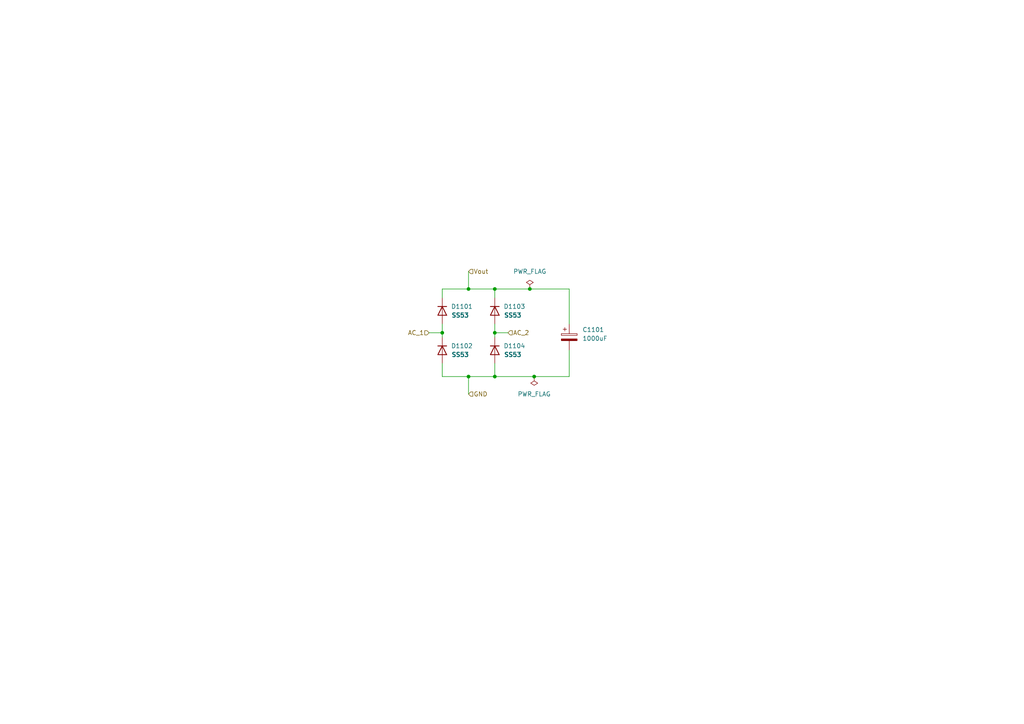
<source format=kicad_sch>
(kicad_sch (version 20230121) (generator eeschema)
  (paper "A4")
  (lib_symbols
    (symbol "Device:C_Polarized" (pin_numbers hide) (pin_names (offset 0.254))
      (property "Reference" "C" (at 0.635 2.54 0))
      (property "Value" "C_Polarized" (at 0.635 -2.54 0))
      (symbol "C_Polarized_0_1"
        (rectangle (start -2.286 0.508) (end 2.286 1.016))
        (polyline (pts (xy -1.778 2.286) (xy -0.762 2.286)))
        (polyline (pts (xy -1.27 2.794) (xy -1.27 1.778)))
        (rectangle (start 2.286 -0.508) (end -2.286 -1.016) (fill (type outline)))
      )
      (symbol "C_Polarized_1_1"
        (pin passive line (at 0 3.81 270) (length 2.794) (name "~") (number "1"))
        (pin passive line (at 0 -3.81 90) (length 2.794) (name "~") (number "2"))
      )
    )
    (symbol "custom_kicad_lib_sk:SS53" (pin_numbers hide) (pin_names (offset 1.016) hide)
      (property "Reference" "D" (at 0 2.54 0))
      (property "Value" "SS53" (at 0 -1.27 0))
      (symbol "SS53_0_1"
        (polyline (pts (xy -1.27 2.54) (xy -1.27 0)) (stroke (width 0.254)))
        (polyline (pts (xy 1.27 1.27) (xy -1.27 1.27)))
        (polyline (pts (xy 1.27 2.54) (xy 1.27 0) (xy -1.27 1.27) (xy 1.27 2.54)) (stroke (width 0.254)))
      )
      (symbol "SS53_1_1"
        (pin passive line (at -3.81 1.27 0) (length 2.54) (name "K") (number "1"))
        (pin passive line (at 3.81 1.27 180) (length 2.54) (name "A") (number "2"))
      )
    )
    (symbol "power:PWR_FLAG" (power) (pin_numbers hide) (pin_names (offset 0) hide)
      (property "Value" "PWR_FLAG" (at 0 3.81 0))
      (symbol "PWR_FLAG_0_0"
        (pin power_out line (at 0 0 90) (length 0) (name "pwr") (number "1"))
      )
      (symbol "PWR_FLAG_0_1"
        (polyline (pts (xy 0 0) (xy 0 1.27) (xy -1.016 1.905) (xy 0 2.54) (xy 1.016 1.905) (xy 0 1.27)))
      )
    )
  )
  (junction (at 154.94 109.22))
  (junction (at 135.89 109.22))
  (junction (at 143.51 109.22))
  (junction (at 128.27 96.52))
  (junction (at 143.51 96.52))
  (junction (at 153.67 83.82))
  (junction (at 143.51 83.82))
  (junction (at 135.89 83.82))
  (wire (pts (xy 143.51 83.82) (xy 143.51 86.36)))
  (wire (pts (xy 165.1 83.82) (xy 153.67 83.82)))
  (wire (pts (xy 124.46 96.52) (xy 128.27 96.52)))
  (wire (pts (xy 128.27 86.36) (xy 128.27 83.82)))
  (wire (pts (xy 143.51 109.22) (xy 135.89 109.22)))
  (wire (pts (xy 128.27 96.52) (xy 128.27 97.79)))
  (wire (pts (xy 128.27 109.22) (xy 128.27 105.41)))
  (wire (pts (xy 135.89 109.22) (xy 135.89 114.3)))
  (wire (pts (xy 165.1 109.22) (xy 165.1 101.6)))
  (wire (pts (xy 147.32 96.52) (xy 143.51 96.52)))
  (wire (pts (xy 128.27 83.82) (xy 135.89 83.82)))
  (wire (pts (xy 135.89 78.74) (xy 135.89 83.82)))
  (wire (pts (xy 153.67 83.82) (xy 143.51 83.82)))
  (wire (pts (xy 143.51 93.98) (xy 143.51 96.52)))
  (wire (pts (xy 135.89 83.82) (xy 143.51 83.82)))
  (wire (pts (xy 143.51 105.41) (xy 143.51 109.22)))
  (wire (pts (xy 154.94 109.22) (xy 165.1 109.22)))
  (wire (pts (xy 143.51 96.52) (xy 143.51 97.79)))
  (wire (pts (xy 143.51 109.22) (xy 154.94 109.22)))
  (wire (pts (xy 135.89 109.22) (xy 128.27 109.22)))
  (wire (pts (xy 165.1 93.98) (xy 165.1 83.82)))
  (wire (pts (xy 128.27 93.98) (xy 128.27 96.52)))
  (hierarchical_label "Vout" (shape input) (at 135.89 78.74 0))
  (hierarchical_label "GND" (shape input) (at 135.89 114.3 0))
  (hierarchical_label "AC_2" (shape input) (at 147.32 96.52 0))
  (hierarchical_label "AC_1" (shape input) (at 124.46 96.52 180))
  (symbol (lib_id "custom_kicad_lib_sk:SS53") (at 142.24 90.17 270) (unit 1)
    (property "Reference" "D1103" (at 146.05 88.9 90) (effects (justify left)))
    (property "Value" "SS53" (at 146.05 91.44 90) (effects (font bold) (justify left)))
    (property "Footprint" "Diode_SMD:D_SMA" (effects hide))
    (property "Sim.Device" "D" (effects hide))
    (property "Sim.Pins" "1=K 2=A" (effects hide))
    (property "JLCPCB Part#" "C8678" (effects hide))
  )
  (symbol (lib_id "custom_kicad_lib_sk:SS53") (at 127 90.17 270) (unit 1)
    (property "Reference" "D1101" (at 130.81 88.9 90) (effects (justify left)))
    (property "Value" "SS53" (at 130.81 91.44 90) (effects (font bold) (justify left)))
    (property "Footprint" "Diode_SMD:D_SMA" (effects hide))
    (property "Sim.Device" "D" (effects hide))
    (property "Sim.Pins" "1=K 2=A" (effects hide))
    (property "JLCPCB Part#" "C8678" (effects hide))
  )
  (symbol (lib_id "custom_kicad_lib_sk:SS53") (at 142.24 101.6 270) (unit 1)
    (property "Reference" "D1104" (at 146.05 100.33 90) (effects (justify left)))
    (property "Value" "SS53" (at 146.05 102.87 90) (effects (font bold) (justify left)))
    (property "Footprint" "Diode_SMD:D_SMA" (effects hide))
    (property "Sim.Device" "D" (effects hide))
    (property "Sim.Pins" "1=K 2=A" (effects hide))
    (property "JLCPCB Part#" "C8678" (effects hide))
  )
  (symbol (lib_id "power:PWR_FLAG") (at 153.67 83.82 0) (unit 1)
    (property "Reference" "#FLG01101" (effects hide))
    (property "Value" "PWR_FLAG" (at 153.67 78.74 0))
  )
  (symbol (lib_id "custom_kicad_lib_sk:SS53") (at 127 101.6 270) (unit 1)
    (property "Reference" "D1102" (at 130.81 100.33 90) (effects (justify left)))
    (property "Value" "SS53" (at 130.81 102.87 90) (effects (font bold) (justify left)))
    (property "Footprint" "Diode_SMD:D_SMA" (effects hide))
    (property "Sim.Device" "D" (effects hide))
    (property "Sim.Pins" "1=K 2=A" (effects hide))
    (property "JLCPCB Part#" "C8678" (effects hide))
  )
  (symbol (lib_id "power:PWR_FLAG") (at 154.94 109.22 180) (unit 1)
    (property "Reference" "#FLG01102" (effects hide))
    (property "Value" "PWR_FLAG" (at 154.94 114.3 0))
  )
  (symbol (lib_id "Device:C_Polarized") (at 165.1 97.79 0) (unit 1)
    (property "Reference" "C1101" (at 168.91 95.631 0) (effects (justify left)))
    (property "Value" "1000uF" (at 168.91 98.171 0) (effects (justify left)))
    (property "Footprint" "Capacitor_THT:CP_Radial_D10.0mm_P3.50mm" (effects hide))
  )
)
</source>
